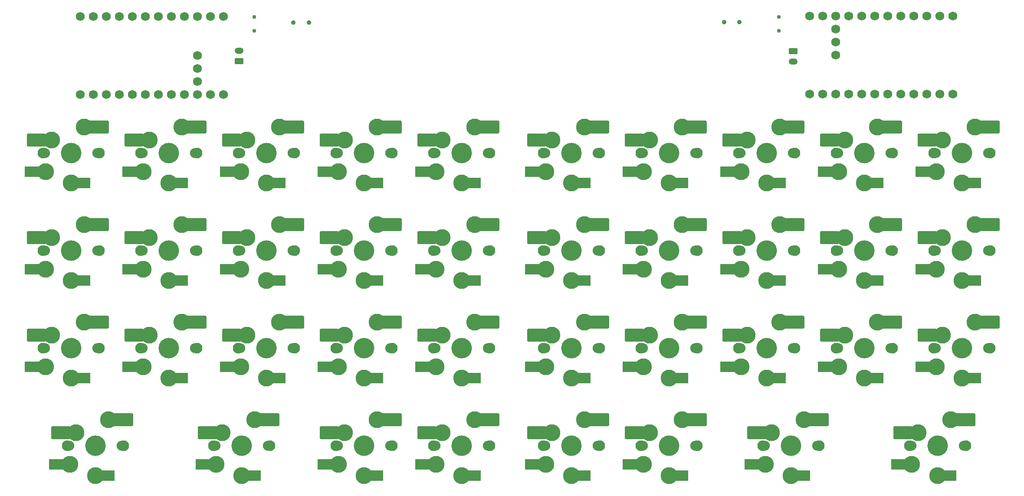
<source format=gbr>
%TF.GenerationSoftware,KiCad,Pcbnew,7.0.6*%
%TF.CreationDate,2023-11-09T09:41:33-05:00*%
%TF.ProjectId,split38,73706c69-7433-4382-9e6b-696361645f70,rev?*%
%TF.SameCoordinates,Original*%
%TF.FileFunction,Soldermask,Bot*%
%TF.FilePolarity,Negative*%
%FSLAX46Y46*%
G04 Gerber Fmt 4.6, Leading zero omitted, Abs format (unit mm)*
G04 Created by KiCad (PCBNEW 7.0.6) date 2023-11-09 09:41:33*
%MOMM*%
%LPD*%
G01*
G04 APERTURE LIST*
G04 Aperture macros list*
%AMRoundRect*
0 Rectangle with rounded corners*
0 $1 Rounding radius*
0 $2 $3 $4 $5 $6 $7 $8 $9 X,Y pos of 4 corners*
0 Add a 4 corners polygon primitive as box body*
4,1,4,$2,$3,$4,$5,$6,$7,$8,$9,$2,$3,0*
0 Add four circle primitives for the rounded corners*
1,1,$1+$1,$2,$3*
1,1,$1+$1,$4,$5*
1,1,$1+$1,$6,$7*
1,1,$1+$1,$8,$9*
0 Add four rect primitives between the rounded corners*
20,1,$1+$1,$2,$3,$4,$5,0*
20,1,$1+$1,$4,$5,$6,$7,0*
20,1,$1+$1,$6,$7,$8,$9,0*
20,1,$1+$1,$8,$9,$2,$3,0*%
G04 Aperture macros list end*
%ADD10RoundRect,0.250000X0.625000X-0.350000X0.625000X0.350000X-0.625000X0.350000X-0.625000X-0.350000X0*%
%ADD11O,1.750000X1.200000*%
%ADD12C,0.900000*%
%ADD13C,1.752600*%
%ADD14RoundRect,0.250000X-0.625000X0.350000X-0.625000X-0.350000X0.625000X-0.350000X0.625000X0.350000X0*%
%ADD15C,0.750000*%
%ADD16C,2.100000*%
%ADD17C,1.900000*%
%ADD18C,3.000000*%
%ADD19C,3.300000*%
%ADD20C,4.000000*%
%ADD21RoundRect,0.250000X1.654500X1.000000X-1.654500X1.000000X-1.654500X-1.000000X1.654500X-1.000000X0*%
%ADD22R,3.004000X2.000000*%
%ADD23RoundRect,0.250000X1.784500X1.000000X-1.784500X1.000000X-1.784500X-1.000000X1.784500X-1.000000X0*%
%ADD24R,2.684000X2.000000*%
G04 APERTURE END LIST*
D10*
%TO.C,J1*%
X66144889Y-39199187D03*
D11*
X66144889Y-37199187D03*
%TD*%
D12*
%TO.C,SW1*%
X79724756Y-31666021D03*
X76724756Y-31666021D03*
%TD*%
D13*
%TO.C,U1*%
X35163100Y-45720000D03*
X37703100Y-45720000D03*
X40243100Y-45720000D03*
X42783100Y-45720000D03*
X45323100Y-45720000D03*
X47863100Y-45720000D03*
X50403100Y-45720000D03*
X52943100Y-45720000D03*
X55483100Y-45720000D03*
X58023100Y-45720000D03*
X60563100Y-45720000D03*
X63103100Y-45720000D03*
X63103100Y-30480000D03*
X60563100Y-30480000D03*
X58023100Y-30480000D03*
X55483100Y-30480000D03*
X52943100Y-30480000D03*
X50403100Y-30480000D03*
X47863100Y-30480000D03*
X45323100Y-30480000D03*
X42783100Y-30480000D03*
X40243100Y-30480000D03*
X37703100Y-30480000D03*
X35163100Y-30480000D03*
X58023100Y-43180000D03*
X58023100Y-40640000D03*
X58023100Y-38100000D03*
%TD*%
D14*
%TO.C,J2*%
X174224415Y-37286478D03*
D11*
X174224415Y-39286478D03*
%TD*%
D15*
%TO.C,SW4*%
X171450000Y-30587500D03*
X171450000Y-33337500D03*
%TD*%
D12*
%TO.C,SW2*%
X163759615Y-31603808D03*
X160759615Y-31603808D03*
%TD*%
D15*
%TO.C,SW3*%
X69056250Y-30587500D03*
X69056250Y-33337500D03*
%TD*%
D13*
%TO.C,U2*%
X205373001Y-30463274D03*
X202833001Y-30463274D03*
X200293001Y-30463274D03*
X197753001Y-30463274D03*
X195213001Y-30463274D03*
X192673001Y-30463274D03*
X190133001Y-30463274D03*
X187593001Y-30463274D03*
X185053001Y-30463274D03*
X182513001Y-30463274D03*
X179973001Y-30463274D03*
X177433001Y-30463274D03*
X177433001Y-45703274D03*
X179973001Y-45703274D03*
X182513001Y-45703274D03*
X185053001Y-45703274D03*
X187593001Y-45703274D03*
X190133001Y-45703274D03*
X192673001Y-45703274D03*
X195213001Y-45703274D03*
X197753001Y-45703274D03*
X200293001Y-45703274D03*
X202833001Y-45703274D03*
X205373001Y-45703274D03*
X182513001Y-33003274D03*
X182513001Y-35543274D03*
X182513001Y-38083274D03*
%TD*%
D16*
%TO.C,MX14*%
X95987500Y-95250000D03*
X95987500Y-95250000D03*
D17*
X95567500Y-95250000D03*
X95567500Y-95250000D03*
D18*
X90487500Y-101150000D03*
D19*
X90487500Y-101150000D03*
D20*
X90487500Y-95250000D03*
X90487500Y-95250000D03*
D18*
X85487500Y-98950000D03*
D19*
X85487500Y-98950000D03*
D17*
X85407500Y-95250000D03*
X85407500Y-95250000D03*
D16*
X84987500Y-95250000D03*
X84987500Y-95250000D03*
D19*
X86677500Y-92710000D03*
D21*
X83757000Y-92710000D03*
D22*
X82889500Y-98950000D03*
D23*
X95824000Y-90170000D03*
D19*
X93027500Y-90170000D03*
D24*
X92845500Y-101150000D03*
%TD*%
D16*
%TO.C,MX30*%
X212668800Y-76200000D03*
X212668800Y-76200000D03*
D17*
X212248800Y-76200000D03*
X212248800Y-76200000D03*
D18*
X207168800Y-82100000D03*
D19*
X207168800Y-82100000D03*
D20*
X207168800Y-76200000D03*
X207168800Y-76200000D03*
D18*
X202168800Y-79900000D03*
D19*
X202168800Y-79900000D03*
D17*
X202088800Y-76200000D03*
X202088800Y-76200000D03*
D16*
X201668800Y-76200000D03*
X201668800Y-76200000D03*
D19*
X203358800Y-73660000D03*
D21*
X200438300Y-73660000D03*
D22*
X199570800Y-79900000D03*
D23*
X212505300Y-71120000D03*
D19*
X209708800Y-71120000D03*
D24*
X209526800Y-82100000D03*
%TD*%
D16*
%TO.C,MX13*%
X76937500Y-95250000D03*
X76937500Y-95250000D03*
D17*
X76517500Y-95250000D03*
X76517500Y-95250000D03*
D18*
X71437500Y-101150000D03*
D19*
X71437500Y-101150000D03*
D20*
X71437500Y-95250000D03*
X71437500Y-95250000D03*
D18*
X66437500Y-98950000D03*
D19*
X66437500Y-98950000D03*
D17*
X66357500Y-95250000D03*
X66357500Y-95250000D03*
D16*
X65937500Y-95250000D03*
X65937500Y-95250000D03*
D19*
X67627500Y-92710000D03*
D21*
X64707000Y-92710000D03*
D22*
X63839500Y-98950000D03*
D23*
X76774000Y-90170000D03*
D19*
X73977500Y-90170000D03*
D24*
X73795500Y-101150000D03*
%TD*%
D16*
%TO.C,MX1*%
X38837500Y-57150000D03*
X38837500Y-57150000D03*
D17*
X38417500Y-57150000D03*
X38417500Y-57150000D03*
D18*
X33337500Y-63050000D03*
D19*
X33337500Y-63050000D03*
D20*
X33337500Y-57150000D03*
X33337500Y-57150000D03*
D18*
X28337500Y-60850000D03*
D19*
X28337500Y-60850000D03*
D17*
X28257500Y-57150000D03*
X28257500Y-57150000D03*
D16*
X27837500Y-57150000D03*
X27837500Y-57150000D03*
D19*
X29527500Y-54610000D03*
D21*
X26607000Y-54610000D03*
D22*
X25739500Y-60850000D03*
D23*
X38674000Y-52070000D03*
D19*
X35877500Y-52070000D03*
D24*
X35695500Y-63050000D03*
%TD*%
D16*
%TO.C,MX12*%
X57887500Y-95250000D03*
X57887500Y-95250000D03*
D17*
X57467500Y-95250000D03*
X57467500Y-95250000D03*
D18*
X52387500Y-101150000D03*
D19*
X52387500Y-101150000D03*
D20*
X52387500Y-95250000D03*
X52387500Y-95250000D03*
D18*
X47387500Y-98950000D03*
D19*
X47387500Y-98950000D03*
D17*
X47307500Y-95250000D03*
X47307500Y-95250000D03*
D16*
X46887500Y-95250000D03*
X46887500Y-95250000D03*
D19*
X48577500Y-92710000D03*
D21*
X45657000Y-92710000D03*
D22*
X44789500Y-98950000D03*
D23*
X57724000Y-90170000D03*
D19*
X54927500Y-90170000D03*
D24*
X54745500Y-101150000D03*
%TD*%
D16*
%TO.C,MX21*%
X136468800Y-57150000D03*
X136468800Y-57150000D03*
D17*
X136048800Y-57150000D03*
X136048800Y-57150000D03*
D18*
X130968800Y-63050000D03*
D19*
X130968800Y-63050000D03*
D20*
X130968800Y-57150000D03*
X130968800Y-57150000D03*
D18*
X125968800Y-60850000D03*
D19*
X125968800Y-60850000D03*
D17*
X125888800Y-57150000D03*
X125888800Y-57150000D03*
D16*
X125468800Y-57150000D03*
X125468800Y-57150000D03*
D19*
X127158800Y-54610000D03*
D21*
X124238300Y-54610000D03*
D22*
X123370800Y-60850000D03*
D23*
X136305300Y-52070000D03*
D19*
X133508800Y-52070000D03*
D24*
X133326800Y-63050000D03*
%TD*%
D16*
%TO.C,MX7*%
X57887500Y-76200000D03*
X57887500Y-76200000D03*
D17*
X57467500Y-76200000D03*
X57467500Y-76200000D03*
D18*
X52387500Y-82100000D03*
D19*
X52387500Y-82100000D03*
D20*
X52387500Y-76200000D03*
X52387500Y-76200000D03*
D18*
X47387500Y-79900000D03*
D19*
X47387500Y-79900000D03*
D17*
X47307500Y-76200000D03*
X47307500Y-76200000D03*
D16*
X46887500Y-76200000D03*
X46887500Y-76200000D03*
D19*
X48577500Y-73660000D03*
D21*
X45657000Y-73660000D03*
D22*
X44789500Y-79900000D03*
D23*
X57724000Y-71120000D03*
D19*
X54927500Y-71120000D03*
D24*
X54745500Y-82100000D03*
%TD*%
D16*
%TO.C,MX16*%
X95987500Y-114300000D03*
X95987500Y-114300000D03*
D17*
X95567500Y-114300000D03*
X95567500Y-114300000D03*
D18*
X90487500Y-120200000D03*
D19*
X90487500Y-120200000D03*
D20*
X90487500Y-114300000D03*
X90487500Y-114300000D03*
D18*
X85487500Y-118000000D03*
D19*
X85487500Y-118000000D03*
D17*
X85407500Y-114300000D03*
X85407500Y-114300000D03*
D16*
X84987500Y-114300000D03*
X84987500Y-114300000D03*
D19*
X86677500Y-111760000D03*
D21*
X83757000Y-111760000D03*
D22*
X82889500Y-118000000D03*
D23*
X95824000Y-109220000D03*
D19*
X93027500Y-109220000D03*
D24*
X92845500Y-120200000D03*
%TD*%
D16*
%TO.C,MX38*%
X179331300Y-114300000D03*
X179331300Y-114300000D03*
D17*
X178911300Y-114300000D03*
X178911300Y-114300000D03*
D18*
X173831300Y-120200000D03*
D19*
X173831300Y-120200000D03*
D20*
X173831300Y-114300000D03*
X173831300Y-114300000D03*
D18*
X168831300Y-118000000D03*
D19*
X168831300Y-118000000D03*
D17*
X168751300Y-114300000D03*
X168751300Y-114300000D03*
D16*
X168331300Y-114300000D03*
X168331300Y-114300000D03*
D19*
X170021300Y-111760000D03*
D21*
X167100800Y-111760000D03*
D22*
X166233300Y-118000000D03*
D23*
X179167800Y-109220000D03*
D19*
X176371300Y-109220000D03*
D24*
X176189300Y-120200000D03*
%TD*%
D16*
%TO.C,MX22*%
X155518800Y-57150000D03*
X155518800Y-57150000D03*
D17*
X155098800Y-57150000D03*
X155098800Y-57150000D03*
D18*
X150018800Y-63050000D03*
D19*
X150018800Y-63050000D03*
D20*
X150018800Y-57150000D03*
X150018800Y-57150000D03*
D18*
X145018800Y-60850000D03*
D19*
X145018800Y-60850000D03*
D17*
X144938800Y-57150000D03*
X144938800Y-57150000D03*
D16*
X144518800Y-57150000D03*
X144518800Y-57150000D03*
D19*
X146208800Y-54610000D03*
D21*
X143288300Y-54610000D03*
D22*
X142420800Y-60850000D03*
D23*
X155355300Y-52070000D03*
D19*
X152558800Y-52070000D03*
D24*
X152376800Y-63050000D03*
%TD*%
D16*
%TO.C,MX19*%
X72175000Y-114300000D03*
X72175000Y-114300000D03*
D17*
X71755000Y-114300000D03*
X71755000Y-114300000D03*
D18*
X66675000Y-120200000D03*
D19*
X66675000Y-120200000D03*
D20*
X66675000Y-114300000D03*
X66675000Y-114300000D03*
D18*
X61675000Y-118000000D03*
D19*
X61675000Y-118000000D03*
D17*
X61595000Y-114300000D03*
X61595000Y-114300000D03*
D16*
X61175000Y-114300000D03*
X61175000Y-114300000D03*
D19*
X62865000Y-111760000D03*
D21*
X59944500Y-111760000D03*
D22*
X59077000Y-118000000D03*
D23*
X72011500Y-109220000D03*
D19*
X69215000Y-109220000D03*
D24*
X69033000Y-120200000D03*
%TD*%
D16*
%TO.C,MX28*%
X174568800Y-76200000D03*
X174568800Y-76200000D03*
D17*
X174148800Y-76200000D03*
X174148800Y-76200000D03*
D18*
X169068800Y-82100000D03*
D19*
X169068800Y-82100000D03*
D20*
X169068800Y-76200000D03*
X169068800Y-76200000D03*
D18*
X164068800Y-79900000D03*
D19*
X164068800Y-79900000D03*
D17*
X163988800Y-76200000D03*
X163988800Y-76200000D03*
D16*
X163568800Y-76200000D03*
X163568800Y-76200000D03*
D19*
X165258800Y-73660000D03*
D21*
X162338300Y-73660000D03*
D22*
X161470800Y-79900000D03*
D23*
X174405300Y-71120000D03*
D19*
X171608800Y-71120000D03*
D24*
X171426800Y-82100000D03*
%TD*%
D16*
%TO.C,MX33*%
X174568800Y-95250000D03*
X174568800Y-95250000D03*
D17*
X174148800Y-95250000D03*
X174148800Y-95250000D03*
D18*
X169068800Y-101150000D03*
D19*
X169068800Y-101150000D03*
D20*
X169068800Y-95250000D03*
X169068800Y-95250000D03*
D18*
X164068800Y-98950000D03*
D19*
X164068800Y-98950000D03*
D17*
X163988800Y-95250000D03*
X163988800Y-95250000D03*
D16*
X163568800Y-95250000D03*
X163568800Y-95250000D03*
D19*
X165258800Y-92710000D03*
D21*
X162338300Y-92710000D03*
D22*
X161470800Y-98950000D03*
D23*
X174405300Y-90170000D03*
D19*
X171608800Y-90170000D03*
D24*
X171426800Y-101150000D03*
%TD*%
D16*
%TO.C,MX9*%
X95987500Y-76200000D03*
X95987500Y-76200000D03*
D17*
X95567500Y-76200000D03*
X95567500Y-76200000D03*
D18*
X90487500Y-82100000D03*
D19*
X90487500Y-82100000D03*
D20*
X90487500Y-76200000D03*
X90487500Y-76200000D03*
D18*
X85487500Y-79900000D03*
D19*
X85487500Y-79900000D03*
D17*
X85407500Y-76200000D03*
X85407500Y-76200000D03*
D16*
X84987500Y-76200000D03*
X84987500Y-76200000D03*
D19*
X86677500Y-73660000D03*
D21*
X83757000Y-73660000D03*
D22*
X82889500Y-79900000D03*
D23*
X95824000Y-71120000D03*
D19*
X93027500Y-71120000D03*
D24*
X92845500Y-82100000D03*
%TD*%
D16*
%TO.C,MX17*%
X115037500Y-114300000D03*
X115037500Y-114300000D03*
D17*
X114617500Y-114300000D03*
X114617500Y-114300000D03*
D18*
X109537500Y-120200000D03*
D19*
X109537500Y-120200000D03*
D20*
X109537500Y-114300000D03*
X109537500Y-114300000D03*
D18*
X104537500Y-118000000D03*
D19*
X104537500Y-118000000D03*
D17*
X104457500Y-114300000D03*
X104457500Y-114300000D03*
D16*
X104037500Y-114300000D03*
X104037500Y-114300000D03*
D19*
X105727500Y-111760000D03*
D21*
X102807000Y-111760000D03*
D22*
X101939500Y-118000000D03*
D23*
X114874000Y-109220000D03*
D19*
X112077500Y-109220000D03*
D24*
X111895500Y-120200000D03*
%TD*%
D16*
%TO.C,MX27*%
X155518800Y-76200000D03*
X155518800Y-76200000D03*
D17*
X155098800Y-76200000D03*
X155098800Y-76200000D03*
D18*
X150018800Y-82100000D03*
D19*
X150018800Y-82100000D03*
D20*
X150018800Y-76200000D03*
X150018800Y-76200000D03*
D18*
X145018800Y-79900000D03*
D19*
X145018800Y-79900000D03*
D17*
X144938800Y-76200000D03*
X144938800Y-76200000D03*
D16*
X144518800Y-76200000D03*
X144518800Y-76200000D03*
D19*
X146208800Y-73660000D03*
D21*
X143288300Y-73660000D03*
D22*
X142420800Y-79900000D03*
D23*
X155355300Y-71120000D03*
D19*
X152558800Y-71120000D03*
D24*
X152376800Y-82100000D03*
%TD*%
D16*
%TO.C,MX3*%
X76937500Y-57150000D03*
X76937500Y-57150000D03*
D17*
X76517500Y-57150000D03*
X76517500Y-57150000D03*
D18*
X71437500Y-63050000D03*
D19*
X71437500Y-63050000D03*
D20*
X71437500Y-57150000D03*
X71437500Y-57150000D03*
D18*
X66437500Y-60850000D03*
D19*
X66437500Y-60850000D03*
D17*
X66357500Y-57150000D03*
X66357500Y-57150000D03*
D16*
X65937500Y-57150000D03*
X65937500Y-57150000D03*
D19*
X67627500Y-54610000D03*
D21*
X64707000Y-54610000D03*
D22*
X63839500Y-60850000D03*
D23*
X76774000Y-52070000D03*
D19*
X73977500Y-52070000D03*
D24*
X73795500Y-63050000D03*
%TD*%
D16*
%TO.C,MX26*%
X136468800Y-76200000D03*
X136468800Y-76200000D03*
D17*
X136048800Y-76200000D03*
X136048800Y-76200000D03*
D18*
X130968800Y-82100000D03*
D19*
X130968800Y-82100000D03*
D20*
X130968800Y-76200000D03*
X130968800Y-76200000D03*
D18*
X125968800Y-79900000D03*
D19*
X125968800Y-79900000D03*
D17*
X125888800Y-76200000D03*
X125888800Y-76200000D03*
D16*
X125468800Y-76200000D03*
X125468800Y-76200000D03*
D19*
X127158800Y-73660000D03*
D21*
X124238300Y-73660000D03*
D22*
X123370800Y-79900000D03*
D23*
X136305300Y-71120000D03*
D19*
X133508800Y-71120000D03*
D24*
X133326800Y-82100000D03*
%TD*%
D16*
%TO.C,MX36*%
X136468800Y-114300000D03*
X136468800Y-114300000D03*
D17*
X136048800Y-114300000D03*
X136048800Y-114300000D03*
D18*
X130968800Y-120200000D03*
D19*
X130968800Y-120200000D03*
D20*
X130968800Y-114300000D03*
X130968800Y-114300000D03*
D18*
X125968800Y-118000000D03*
D19*
X125968800Y-118000000D03*
D17*
X125888800Y-114300000D03*
X125888800Y-114300000D03*
D16*
X125468800Y-114300000D03*
X125468800Y-114300000D03*
D19*
X127158800Y-111760000D03*
D21*
X124238300Y-111760000D03*
D22*
X123370800Y-118000000D03*
D23*
X136305300Y-109220000D03*
D19*
X133508800Y-109220000D03*
D24*
X133326800Y-120200000D03*
%TD*%
D16*
%TO.C,MX34*%
X193618800Y-95250000D03*
X193618800Y-95250000D03*
D17*
X193198800Y-95250000D03*
X193198800Y-95250000D03*
D18*
X188118800Y-101150000D03*
D19*
X188118800Y-101150000D03*
D20*
X188118800Y-95250000D03*
X188118800Y-95250000D03*
D18*
X183118800Y-98950000D03*
D19*
X183118800Y-98950000D03*
D17*
X183038800Y-95250000D03*
X183038800Y-95250000D03*
D16*
X182618800Y-95250000D03*
X182618800Y-95250000D03*
D19*
X184308800Y-92710000D03*
D21*
X181388300Y-92710000D03*
D22*
X180520800Y-98950000D03*
D23*
X193455300Y-90170000D03*
D19*
X190658800Y-90170000D03*
D24*
X190476800Y-101150000D03*
%TD*%
D16*
%TO.C,MX39*%
X207906300Y-114300000D03*
X207906300Y-114300000D03*
D17*
X207486300Y-114300000D03*
X207486300Y-114300000D03*
D18*
X202406300Y-120200000D03*
D19*
X202406300Y-120200000D03*
D20*
X202406300Y-114300000D03*
X202406300Y-114300000D03*
D18*
X197406300Y-118000000D03*
D19*
X197406300Y-118000000D03*
D17*
X197326300Y-114300000D03*
X197326300Y-114300000D03*
D16*
X196906300Y-114300000D03*
X196906300Y-114300000D03*
D19*
X198596300Y-111760000D03*
D21*
X195675800Y-111760000D03*
D22*
X194808300Y-118000000D03*
D23*
X207742800Y-109220000D03*
D19*
X204946300Y-109220000D03*
D24*
X204764300Y-120200000D03*
%TD*%
D16*
%TO.C,MX25*%
X212668800Y-57150000D03*
X212668800Y-57150000D03*
D17*
X212248800Y-57150000D03*
X212248800Y-57150000D03*
D18*
X207168800Y-63050000D03*
D19*
X207168800Y-63050000D03*
D20*
X207168800Y-57150000D03*
X207168800Y-57150000D03*
D18*
X202168800Y-60850000D03*
D19*
X202168800Y-60850000D03*
D17*
X202088800Y-57150000D03*
X202088800Y-57150000D03*
D16*
X201668800Y-57150000D03*
X201668800Y-57150000D03*
D19*
X203358800Y-54610000D03*
D21*
X200438300Y-54610000D03*
D22*
X199570800Y-60850000D03*
D23*
X212505300Y-52070000D03*
D19*
X209708800Y-52070000D03*
D24*
X209526800Y-63050000D03*
%TD*%
D16*
%TO.C,MX8*%
X76937500Y-76200000D03*
X76937500Y-76200000D03*
D17*
X76517500Y-76200000D03*
X76517500Y-76200000D03*
D18*
X71437500Y-82100000D03*
D19*
X71437500Y-82100000D03*
D20*
X71437500Y-76200000D03*
X71437500Y-76200000D03*
D18*
X66437500Y-79900000D03*
D19*
X66437500Y-79900000D03*
D17*
X66357500Y-76200000D03*
X66357500Y-76200000D03*
D16*
X65937500Y-76200000D03*
X65937500Y-76200000D03*
D19*
X67627500Y-73660000D03*
D21*
X64707000Y-73660000D03*
D22*
X63839500Y-79900000D03*
D23*
X76774000Y-71120000D03*
D19*
X73977500Y-71120000D03*
D24*
X73795500Y-82100000D03*
%TD*%
D16*
%TO.C,MX5*%
X115037500Y-57150000D03*
X115037500Y-57150000D03*
D17*
X114617500Y-57150000D03*
X114617500Y-57150000D03*
D18*
X109537500Y-63050000D03*
D19*
X109537500Y-63050000D03*
D20*
X109537500Y-57150000D03*
X109537500Y-57150000D03*
D18*
X104537500Y-60850000D03*
D19*
X104537500Y-60850000D03*
D17*
X104457500Y-57150000D03*
X104457500Y-57150000D03*
D16*
X104037500Y-57150000D03*
X104037500Y-57150000D03*
D19*
X105727500Y-54610000D03*
D21*
X102807000Y-54610000D03*
D22*
X101939500Y-60850000D03*
D23*
X114874000Y-52070000D03*
D19*
X112077500Y-52070000D03*
D24*
X111895500Y-63050000D03*
%TD*%
D16*
%TO.C,MX6*%
X38837500Y-76200000D03*
X38837500Y-76200000D03*
D17*
X38417500Y-76200000D03*
X38417500Y-76200000D03*
D18*
X33337500Y-82100000D03*
D19*
X33337500Y-82100000D03*
D20*
X33337500Y-76200000D03*
X33337500Y-76200000D03*
D18*
X28337500Y-79900000D03*
D19*
X28337500Y-79900000D03*
D17*
X28257500Y-76200000D03*
X28257500Y-76200000D03*
D16*
X27837500Y-76200000D03*
X27837500Y-76200000D03*
D19*
X29527500Y-73660000D03*
D21*
X26607000Y-73660000D03*
D22*
X25739500Y-79900000D03*
D23*
X38674000Y-71120000D03*
D19*
X35877500Y-71120000D03*
D24*
X35695500Y-82100000D03*
%TD*%
D16*
%TO.C,MX4*%
X95987500Y-57150000D03*
X95987500Y-57150000D03*
D17*
X95567500Y-57150000D03*
X95567500Y-57150000D03*
D18*
X90487500Y-63050000D03*
D19*
X90487500Y-63050000D03*
D20*
X90487500Y-57150000D03*
X90487500Y-57150000D03*
D18*
X85487500Y-60850000D03*
D19*
X85487500Y-60850000D03*
D17*
X85407500Y-57150000D03*
X85407500Y-57150000D03*
D16*
X84987500Y-57150000D03*
X84987500Y-57150000D03*
D19*
X86677500Y-54610000D03*
D21*
X83757000Y-54610000D03*
D22*
X82889500Y-60850000D03*
D23*
X95824000Y-52070000D03*
D19*
X93027500Y-52070000D03*
D24*
X92845500Y-63050000D03*
%TD*%
D16*
%TO.C,MX35*%
X212668800Y-95250000D03*
X212668800Y-95250000D03*
D17*
X212248800Y-95250000D03*
X212248800Y-95250000D03*
D18*
X207168800Y-101150000D03*
D19*
X207168800Y-101150000D03*
D20*
X207168800Y-95250000D03*
X207168800Y-95250000D03*
D18*
X202168800Y-98950000D03*
D19*
X202168800Y-98950000D03*
D17*
X202088800Y-95250000D03*
X202088800Y-95250000D03*
D16*
X201668800Y-95250000D03*
X201668800Y-95250000D03*
D19*
X203358800Y-92710000D03*
D21*
X200438300Y-92710000D03*
D22*
X199570800Y-98950000D03*
D23*
X212505300Y-90170000D03*
D19*
X209708800Y-90170000D03*
D24*
X209526800Y-101150000D03*
%TD*%
D16*
%TO.C,MX2*%
X57887500Y-57150000D03*
X57887500Y-57150000D03*
D17*
X57467500Y-57150000D03*
X57467500Y-57150000D03*
D18*
X52387500Y-63050000D03*
D19*
X52387500Y-63050000D03*
D20*
X52387500Y-57150000D03*
X52387500Y-57150000D03*
D18*
X47387500Y-60850000D03*
D19*
X47387500Y-60850000D03*
D17*
X47307500Y-57150000D03*
X47307500Y-57150000D03*
D16*
X46887500Y-57150000D03*
X46887500Y-57150000D03*
D19*
X48577500Y-54610000D03*
D21*
X45657000Y-54610000D03*
D22*
X44789500Y-60850000D03*
D23*
X57724000Y-52070000D03*
D19*
X54927500Y-52070000D03*
D24*
X54745500Y-63050000D03*
%TD*%
D16*
%TO.C,MX23*%
X174568800Y-57150000D03*
X174568800Y-57150000D03*
D17*
X174148800Y-57150000D03*
X174148800Y-57150000D03*
D18*
X169068800Y-63050000D03*
D19*
X169068800Y-63050000D03*
D20*
X169068800Y-57150000D03*
X169068800Y-57150000D03*
D18*
X164068800Y-60850000D03*
D19*
X164068800Y-60850000D03*
D17*
X163988800Y-57150000D03*
X163988800Y-57150000D03*
D16*
X163568800Y-57150000D03*
X163568800Y-57150000D03*
D19*
X165258800Y-54610000D03*
D21*
X162338300Y-54610000D03*
D22*
X161470800Y-60850000D03*
D23*
X174405300Y-52070000D03*
D19*
X171608800Y-52070000D03*
D24*
X171426800Y-63050000D03*
%TD*%
D16*
%TO.C,MX31*%
X136468800Y-95250000D03*
X136468800Y-95250000D03*
D17*
X136048800Y-95250000D03*
X136048800Y-95250000D03*
D18*
X130968800Y-101150000D03*
D19*
X130968800Y-101150000D03*
D20*
X130968800Y-95250000D03*
X130968800Y-95250000D03*
D18*
X125968800Y-98950000D03*
D19*
X125968800Y-98950000D03*
D17*
X125888800Y-95250000D03*
X125888800Y-95250000D03*
D16*
X125468800Y-95250000D03*
X125468800Y-95250000D03*
D19*
X127158800Y-92710000D03*
D21*
X124238300Y-92710000D03*
D22*
X123370800Y-98950000D03*
D23*
X136305300Y-90170000D03*
D19*
X133508800Y-90170000D03*
D24*
X133326800Y-101150000D03*
%TD*%
D16*
%TO.C,MX32*%
X155518800Y-95250000D03*
X155518800Y-95250000D03*
D17*
X155098800Y-95250000D03*
X155098800Y-95250000D03*
D18*
X150018800Y-101150000D03*
D19*
X150018800Y-101150000D03*
D20*
X150018800Y-95250000D03*
X150018800Y-95250000D03*
D18*
X145018800Y-98950000D03*
D19*
X145018800Y-98950000D03*
D17*
X144938800Y-95250000D03*
X144938800Y-95250000D03*
D16*
X144518800Y-95250000D03*
X144518800Y-95250000D03*
D19*
X146208800Y-92710000D03*
D21*
X143288300Y-92710000D03*
D22*
X142420800Y-98950000D03*
D23*
X155355300Y-90170000D03*
D19*
X152558800Y-90170000D03*
D24*
X152376800Y-101150000D03*
%TD*%
D16*
%TO.C,MX37*%
X155518800Y-114300000D03*
X155518800Y-114300000D03*
D17*
X155098800Y-114300000D03*
X155098800Y-114300000D03*
D18*
X150018800Y-120200000D03*
D19*
X150018800Y-120200000D03*
D20*
X150018800Y-114300000D03*
X150018800Y-114300000D03*
D18*
X145018800Y-118000000D03*
D19*
X145018800Y-118000000D03*
D17*
X144938800Y-114300000D03*
X144938800Y-114300000D03*
D16*
X144518800Y-114300000D03*
X144518800Y-114300000D03*
D19*
X146208800Y-111760000D03*
D21*
X143288300Y-111760000D03*
D22*
X142420800Y-118000000D03*
D23*
X155355300Y-109220000D03*
D19*
X152558800Y-109220000D03*
D24*
X152376800Y-120200000D03*
%TD*%
D16*
%TO.C,MX29*%
X193618800Y-76200000D03*
X193618800Y-76200000D03*
D17*
X193198800Y-76200000D03*
X193198800Y-76200000D03*
D18*
X188118800Y-82100000D03*
D19*
X188118800Y-82100000D03*
D20*
X188118800Y-76200000D03*
X188118800Y-76200000D03*
D18*
X183118800Y-79900000D03*
D19*
X183118800Y-79900000D03*
D17*
X183038800Y-76200000D03*
X183038800Y-76200000D03*
D16*
X182618800Y-76200000D03*
X182618800Y-76200000D03*
D19*
X184308800Y-73660000D03*
D21*
X181388300Y-73660000D03*
D22*
X180520800Y-79900000D03*
D23*
X193455300Y-71120000D03*
D19*
X190658800Y-71120000D03*
D24*
X190476800Y-82100000D03*
%TD*%
D16*
%TO.C,MX15*%
X115037500Y-95250000D03*
X115037500Y-95250000D03*
D17*
X114617500Y-95250000D03*
X114617500Y-95250000D03*
D18*
X109537500Y-101150000D03*
D19*
X109537500Y-101150000D03*
D20*
X109537500Y-95250000D03*
X109537500Y-95250000D03*
D18*
X104537500Y-98950000D03*
D19*
X104537500Y-98950000D03*
D17*
X104457500Y-95250000D03*
X104457500Y-95250000D03*
D16*
X104037500Y-95250000D03*
X104037500Y-95250000D03*
D19*
X105727500Y-92710000D03*
D21*
X102807000Y-92710000D03*
D22*
X101939500Y-98950000D03*
D23*
X114874000Y-90170000D03*
D19*
X112077500Y-90170000D03*
D24*
X111895500Y-101150000D03*
%TD*%
D16*
%TO.C,MX11*%
X38837500Y-95250000D03*
X38837500Y-95250000D03*
D17*
X38417500Y-95250000D03*
X38417500Y-95250000D03*
D18*
X33337500Y-101150000D03*
D19*
X33337500Y-101150000D03*
D20*
X33337500Y-95250000D03*
X33337500Y-95250000D03*
D18*
X28337500Y-98950000D03*
D19*
X28337500Y-98950000D03*
D17*
X28257500Y-95250000D03*
X28257500Y-95250000D03*
D16*
X27837500Y-95250000D03*
X27837500Y-95250000D03*
D19*
X29527500Y-92710000D03*
D21*
X26607000Y-92710000D03*
D22*
X25739500Y-98950000D03*
D23*
X38674000Y-90170000D03*
D19*
X35877500Y-90170000D03*
D24*
X35695500Y-101150000D03*
%TD*%
D16*
%TO.C,MX24*%
X193618800Y-57150000D03*
X193618800Y-57150000D03*
D17*
X193198800Y-57150000D03*
X193198800Y-57150000D03*
D18*
X188118800Y-63050000D03*
D19*
X188118800Y-63050000D03*
D20*
X188118800Y-57150000D03*
X188118800Y-57150000D03*
D18*
X183118800Y-60850000D03*
D19*
X183118800Y-60850000D03*
D17*
X183038800Y-57150000D03*
X183038800Y-57150000D03*
D16*
X182618800Y-57150000D03*
X182618800Y-57150000D03*
D19*
X184308800Y-54610000D03*
D21*
X181388300Y-54610000D03*
D22*
X180520800Y-60850000D03*
D23*
X193455300Y-52070000D03*
D19*
X190658800Y-52070000D03*
D24*
X190476800Y-63050000D03*
%TD*%
D16*
%TO.C,MX10*%
X115037500Y-76200000D03*
X115037500Y-76200000D03*
D17*
X114617500Y-76200000D03*
X114617500Y-76200000D03*
D18*
X109537500Y-82100000D03*
D19*
X109537500Y-82100000D03*
D20*
X109537500Y-76200000D03*
X109537500Y-76200000D03*
D18*
X104537500Y-79900000D03*
D19*
X104537500Y-79900000D03*
D17*
X104457500Y-76200000D03*
X104457500Y-76200000D03*
D16*
X104037500Y-76200000D03*
X104037500Y-76200000D03*
D19*
X105727500Y-73660000D03*
D21*
X102807000Y-73660000D03*
D22*
X101939500Y-79900000D03*
D23*
X114874000Y-71120000D03*
D19*
X112077500Y-71120000D03*
D24*
X111895500Y-82100000D03*
%TD*%
D16*
%TO.C,MX18*%
X43600000Y-114300000D03*
X43600000Y-114300000D03*
D17*
X43180000Y-114300000D03*
X43180000Y-114300000D03*
D18*
X38100000Y-120200000D03*
D19*
X38100000Y-120200000D03*
D20*
X38100000Y-114300000D03*
X38100000Y-114300000D03*
D18*
X33100000Y-118000000D03*
D19*
X33100000Y-118000000D03*
D17*
X33020000Y-114300000D03*
X33020000Y-114300000D03*
D16*
X32600000Y-114300000D03*
X32600000Y-114300000D03*
D19*
X34290000Y-111760000D03*
D21*
X31369500Y-111760000D03*
D22*
X30502000Y-118000000D03*
D23*
X43436500Y-109220000D03*
D19*
X40640000Y-109220000D03*
D24*
X40458000Y-120200000D03*
%TD*%
M02*

</source>
